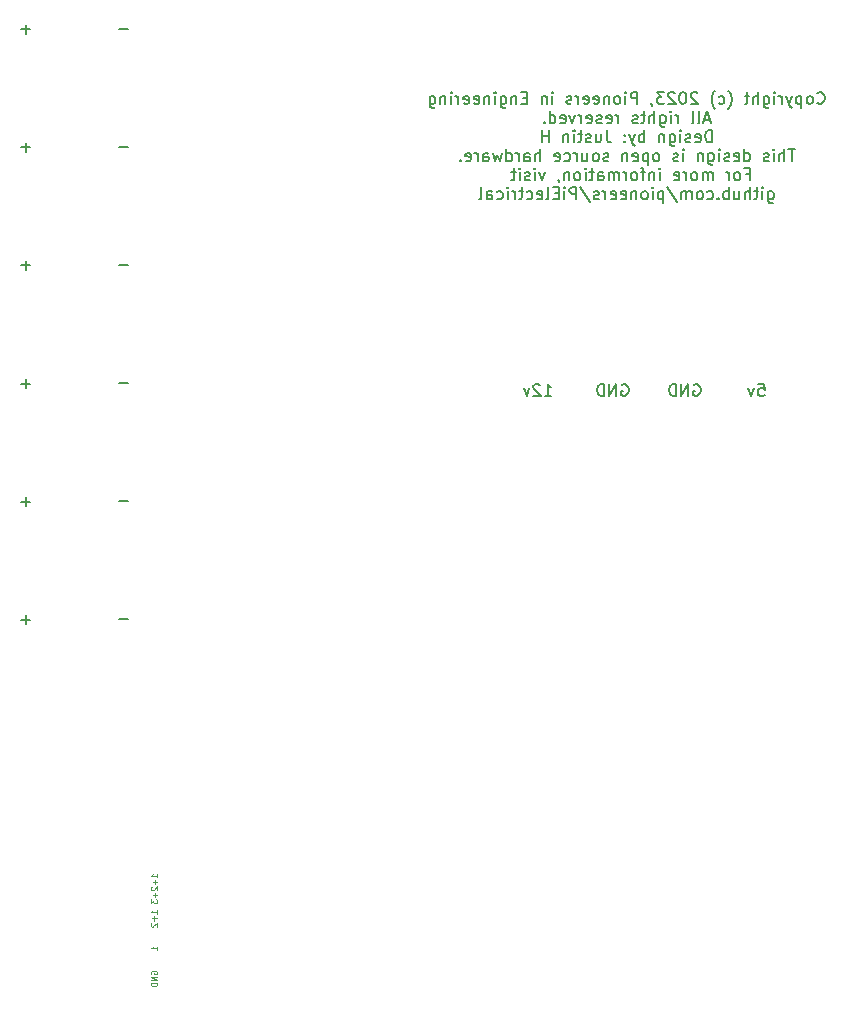
<source format=gbr>
%TF.GenerationSoftware,KiCad,Pcbnew,6.0.9-8da3e8f707~117~ubuntu20.04.1*%
%TF.CreationDate,2023-01-29T22:52:03-08:00*%
%TF.ProjectId,PDB,5044422e-6b69-4636-9164-5f7063625858,rev?*%
%TF.SameCoordinates,Original*%
%TF.FileFunction,Legend,Bot*%
%TF.FilePolarity,Positive*%
%FSLAX46Y46*%
G04 Gerber Fmt 4.6, Leading zero omitted, Abs format (unit mm)*
G04 Created by KiCad (PCBNEW 6.0.9-8da3e8f707~117~ubuntu20.04.1) date 2023-01-29 22:52:03*
%MOMM*%
%LPD*%
G01*
G04 APERTURE LIST*
%ADD10C,0.150000*%
%ADD11C,0.100000*%
%ADD12C,0.200000*%
G04 APERTURE END LIST*
D10*
X127828657Y-51268380D02*
X128304847Y-51268380D01*
X128352466Y-51744571D01*
X128304847Y-51696952D01*
X128209609Y-51649333D01*
X127971514Y-51649333D01*
X127876276Y-51696952D01*
X127828657Y-51744571D01*
X127781038Y-51839809D01*
X127781038Y-52077904D01*
X127828657Y-52173142D01*
X127876276Y-52220761D01*
X127971514Y-52268380D01*
X128209609Y-52268380D01*
X128304847Y-52220761D01*
X128352466Y-52173142D01*
X127447704Y-51601714D02*
X127209609Y-52268380D01*
X126971514Y-51601714D01*
D11*
X76432600Y-101219047D02*
X76408790Y-101171428D01*
X76408790Y-101100000D01*
X76432600Y-101028571D01*
X76480219Y-100980952D01*
X76527838Y-100957142D01*
X76623076Y-100933333D01*
X76694504Y-100933333D01*
X76789742Y-100957142D01*
X76837361Y-100980952D01*
X76884980Y-101028571D01*
X76908790Y-101100000D01*
X76908790Y-101147619D01*
X76884980Y-101219047D01*
X76861171Y-101242857D01*
X76694504Y-101242857D01*
X76694504Y-101147619D01*
X76908790Y-101457142D02*
X76408790Y-101457142D01*
X76908790Y-101742857D01*
X76408790Y-101742857D01*
X76908790Y-101980952D02*
X76408790Y-101980952D01*
X76408790Y-102100000D01*
X76432600Y-102171428D01*
X76480219Y-102219047D01*
X76527838Y-102242857D01*
X76623076Y-102266666D01*
X76694504Y-102266666D01*
X76789742Y-102242857D01*
X76837361Y-102219047D01*
X76884980Y-102171428D01*
X76908790Y-102100000D01*
X76908790Y-101980952D01*
X76908790Y-99202857D02*
X76908790Y-98917142D01*
X76908790Y-99060000D02*
X76408790Y-99060000D01*
X76480219Y-99012380D01*
X76527838Y-98964761D01*
X76551647Y-98917142D01*
X76883390Y-96115238D02*
X76883390Y-95829523D01*
X76883390Y-95972380D02*
X76383390Y-95972380D01*
X76454819Y-95924761D01*
X76502438Y-95877142D01*
X76526247Y-95829523D01*
X76692914Y-96329523D02*
X76692914Y-96710476D01*
X76883390Y-96520000D02*
X76502438Y-96520000D01*
X76431009Y-96924761D02*
X76407200Y-96948571D01*
X76383390Y-96996190D01*
X76383390Y-97115238D01*
X76407200Y-97162857D01*
X76431009Y-97186666D01*
X76478628Y-97210476D01*
X76526247Y-97210476D01*
X76597676Y-97186666D01*
X76883390Y-96900952D01*
X76883390Y-97210476D01*
D10*
X122351704Y-51316000D02*
X122446942Y-51268380D01*
X122589800Y-51268380D01*
X122732657Y-51316000D01*
X122827895Y-51411238D01*
X122875514Y-51506476D01*
X122923133Y-51696952D01*
X122923133Y-51839809D01*
X122875514Y-52030285D01*
X122827895Y-52125523D01*
X122732657Y-52220761D01*
X122589800Y-52268380D01*
X122494561Y-52268380D01*
X122351704Y-52220761D01*
X122304085Y-52173142D01*
X122304085Y-51839809D01*
X122494561Y-51839809D01*
X121875514Y-52268380D02*
X121875514Y-51268380D01*
X121304085Y-52268380D01*
X121304085Y-51268380D01*
X120827895Y-52268380D02*
X120827895Y-51268380D01*
X120589800Y-51268380D01*
X120446942Y-51316000D01*
X120351704Y-51411238D01*
X120304085Y-51506476D01*
X120256466Y-51696952D01*
X120256466Y-51839809D01*
X120304085Y-52030285D01*
X120351704Y-52125523D01*
X120446942Y-52220761D01*
X120589800Y-52268380D01*
X120827895Y-52268380D01*
X109715228Y-52268380D02*
X110286657Y-52268380D01*
X110000942Y-52268380D02*
X110000942Y-51268380D01*
X110096180Y-51411238D01*
X110191419Y-51506476D01*
X110286657Y-51554095D01*
X109334276Y-51363619D02*
X109286657Y-51316000D01*
X109191419Y-51268380D01*
X108953323Y-51268380D01*
X108858085Y-51316000D01*
X108810466Y-51363619D01*
X108762847Y-51458857D01*
X108762847Y-51554095D01*
X108810466Y-51696952D01*
X109381895Y-52268380D01*
X108762847Y-52268380D01*
X108429514Y-51601714D02*
X108191419Y-52268380D01*
X107953323Y-51601714D01*
D11*
X76908790Y-93027619D02*
X76908790Y-92741904D01*
X76908790Y-92884761D02*
X76408790Y-92884761D01*
X76480219Y-92837142D01*
X76527838Y-92789523D01*
X76551647Y-92741904D01*
X76718314Y-93241904D02*
X76718314Y-93622857D01*
X76908790Y-93432380D02*
X76527838Y-93432380D01*
X76456409Y-93837142D02*
X76432600Y-93860952D01*
X76408790Y-93908571D01*
X76408790Y-94027619D01*
X76432600Y-94075238D01*
X76456409Y-94099047D01*
X76504028Y-94122857D01*
X76551647Y-94122857D01*
X76623076Y-94099047D01*
X76908790Y-93813333D01*
X76908790Y-94122857D01*
X76718314Y-94337142D02*
X76718314Y-94718095D01*
X76908790Y-94527619D02*
X76527838Y-94527619D01*
X76408790Y-94908571D02*
X76408790Y-95218095D01*
X76599266Y-95051428D01*
X76599266Y-95122857D01*
X76623076Y-95170476D01*
X76646885Y-95194285D01*
X76694504Y-95218095D01*
X76813552Y-95218095D01*
X76861171Y-95194285D01*
X76884980Y-95170476D01*
X76908790Y-95122857D01*
X76908790Y-94980000D01*
X76884980Y-94932380D01*
X76861171Y-94908571D01*
D10*
X132806647Y-27472542D02*
X132854266Y-27520161D01*
X132997123Y-27567780D01*
X133092361Y-27567780D01*
X133235219Y-27520161D01*
X133330457Y-27424923D01*
X133378076Y-27329685D01*
X133425695Y-27139209D01*
X133425695Y-26996352D01*
X133378076Y-26805876D01*
X133330457Y-26710638D01*
X133235219Y-26615400D01*
X133092361Y-26567780D01*
X132997123Y-26567780D01*
X132854266Y-26615400D01*
X132806647Y-26663019D01*
X132235219Y-27567780D02*
X132330457Y-27520161D01*
X132378076Y-27472542D01*
X132425695Y-27377304D01*
X132425695Y-27091590D01*
X132378076Y-26996352D01*
X132330457Y-26948733D01*
X132235219Y-26901114D01*
X132092361Y-26901114D01*
X131997123Y-26948733D01*
X131949504Y-26996352D01*
X131901885Y-27091590D01*
X131901885Y-27377304D01*
X131949504Y-27472542D01*
X131997123Y-27520161D01*
X132092361Y-27567780D01*
X132235219Y-27567780D01*
X131473314Y-26901114D02*
X131473314Y-27901114D01*
X131473314Y-26948733D02*
X131378076Y-26901114D01*
X131187600Y-26901114D01*
X131092361Y-26948733D01*
X131044742Y-26996352D01*
X130997123Y-27091590D01*
X130997123Y-27377304D01*
X131044742Y-27472542D01*
X131092361Y-27520161D01*
X131187600Y-27567780D01*
X131378076Y-27567780D01*
X131473314Y-27520161D01*
X130663790Y-26901114D02*
X130425695Y-27567780D01*
X130187600Y-26901114D02*
X130425695Y-27567780D01*
X130520933Y-27805876D01*
X130568552Y-27853495D01*
X130663790Y-27901114D01*
X129806647Y-27567780D02*
X129806647Y-26901114D01*
X129806647Y-27091590D02*
X129759028Y-26996352D01*
X129711409Y-26948733D01*
X129616171Y-26901114D01*
X129520933Y-26901114D01*
X129187600Y-27567780D02*
X129187600Y-26901114D01*
X129187600Y-26567780D02*
X129235219Y-26615400D01*
X129187600Y-26663019D01*
X129139980Y-26615400D01*
X129187600Y-26567780D01*
X129187600Y-26663019D01*
X128282838Y-26901114D02*
X128282838Y-27710638D01*
X128330457Y-27805876D01*
X128378076Y-27853495D01*
X128473314Y-27901114D01*
X128616171Y-27901114D01*
X128711409Y-27853495D01*
X128282838Y-27520161D02*
X128378076Y-27567780D01*
X128568552Y-27567780D01*
X128663790Y-27520161D01*
X128711409Y-27472542D01*
X128759028Y-27377304D01*
X128759028Y-27091590D01*
X128711409Y-26996352D01*
X128663790Y-26948733D01*
X128568552Y-26901114D01*
X128378076Y-26901114D01*
X128282838Y-26948733D01*
X127806647Y-27567780D02*
X127806647Y-26567780D01*
X127378076Y-27567780D02*
X127378076Y-27043971D01*
X127425695Y-26948733D01*
X127520933Y-26901114D01*
X127663790Y-26901114D01*
X127759028Y-26948733D01*
X127806647Y-26996352D01*
X127044742Y-26901114D02*
X126663790Y-26901114D01*
X126901885Y-26567780D02*
X126901885Y-27424923D01*
X126854266Y-27520161D01*
X126759028Y-27567780D01*
X126663790Y-27567780D01*
X125282838Y-27948733D02*
X125330457Y-27901114D01*
X125425695Y-27758257D01*
X125473314Y-27663019D01*
X125520933Y-27520161D01*
X125568552Y-27282066D01*
X125568552Y-27091590D01*
X125520933Y-26853495D01*
X125473314Y-26710638D01*
X125425695Y-26615400D01*
X125330457Y-26472542D01*
X125282838Y-26424923D01*
X124473314Y-27520161D02*
X124568552Y-27567780D01*
X124759028Y-27567780D01*
X124854266Y-27520161D01*
X124901885Y-27472542D01*
X124949504Y-27377304D01*
X124949504Y-27091590D01*
X124901885Y-26996352D01*
X124854266Y-26948733D01*
X124759028Y-26901114D01*
X124568552Y-26901114D01*
X124473314Y-26948733D01*
X124139980Y-27948733D02*
X124092361Y-27901114D01*
X123997123Y-27758257D01*
X123949504Y-27663019D01*
X123901885Y-27520161D01*
X123854266Y-27282066D01*
X123854266Y-27091590D01*
X123901885Y-26853495D01*
X123949504Y-26710638D01*
X123997123Y-26615400D01*
X124092361Y-26472542D01*
X124139980Y-26424923D01*
X122663790Y-26663019D02*
X122616171Y-26615400D01*
X122520933Y-26567780D01*
X122282838Y-26567780D01*
X122187600Y-26615400D01*
X122139980Y-26663019D01*
X122092361Y-26758257D01*
X122092361Y-26853495D01*
X122139980Y-26996352D01*
X122711409Y-27567780D01*
X122092361Y-27567780D01*
X121473314Y-26567780D02*
X121378076Y-26567780D01*
X121282838Y-26615400D01*
X121235219Y-26663019D01*
X121187600Y-26758257D01*
X121139980Y-26948733D01*
X121139980Y-27186828D01*
X121187600Y-27377304D01*
X121235219Y-27472542D01*
X121282838Y-27520161D01*
X121378076Y-27567780D01*
X121473314Y-27567780D01*
X121568552Y-27520161D01*
X121616171Y-27472542D01*
X121663790Y-27377304D01*
X121711409Y-27186828D01*
X121711409Y-26948733D01*
X121663790Y-26758257D01*
X121616171Y-26663019D01*
X121568552Y-26615400D01*
X121473314Y-26567780D01*
X120759028Y-26663019D02*
X120711409Y-26615400D01*
X120616171Y-26567780D01*
X120378076Y-26567780D01*
X120282838Y-26615400D01*
X120235219Y-26663019D01*
X120187600Y-26758257D01*
X120187600Y-26853495D01*
X120235219Y-26996352D01*
X120806647Y-27567780D01*
X120187600Y-27567780D01*
X119854266Y-26567780D02*
X119235219Y-26567780D01*
X119568552Y-26948733D01*
X119425695Y-26948733D01*
X119330457Y-26996352D01*
X119282838Y-27043971D01*
X119235219Y-27139209D01*
X119235219Y-27377304D01*
X119282838Y-27472542D01*
X119330457Y-27520161D01*
X119425695Y-27567780D01*
X119711409Y-27567780D01*
X119806647Y-27520161D01*
X119854266Y-27472542D01*
X118759028Y-27520161D02*
X118759028Y-27567780D01*
X118806647Y-27663019D01*
X118854266Y-27710638D01*
X117568552Y-27567780D02*
X117568552Y-26567780D01*
X117187600Y-26567780D01*
X117092361Y-26615400D01*
X117044742Y-26663019D01*
X116997123Y-26758257D01*
X116997123Y-26901114D01*
X117044742Y-26996352D01*
X117092361Y-27043971D01*
X117187600Y-27091590D01*
X117568552Y-27091590D01*
X116568552Y-27567780D02*
X116568552Y-26901114D01*
X116568552Y-26567780D02*
X116616171Y-26615400D01*
X116568552Y-26663019D01*
X116520933Y-26615400D01*
X116568552Y-26567780D01*
X116568552Y-26663019D01*
X115949504Y-27567780D02*
X116044742Y-27520161D01*
X116092361Y-27472542D01*
X116139980Y-27377304D01*
X116139980Y-27091590D01*
X116092361Y-26996352D01*
X116044742Y-26948733D01*
X115949504Y-26901114D01*
X115806647Y-26901114D01*
X115711409Y-26948733D01*
X115663790Y-26996352D01*
X115616171Y-27091590D01*
X115616171Y-27377304D01*
X115663790Y-27472542D01*
X115711409Y-27520161D01*
X115806647Y-27567780D01*
X115949504Y-27567780D01*
X115187600Y-26901114D02*
X115187600Y-27567780D01*
X115187600Y-26996352D02*
X115139980Y-26948733D01*
X115044742Y-26901114D01*
X114901885Y-26901114D01*
X114806647Y-26948733D01*
X114759028Y-27043971D01*
X114759028Y-27567780D01*
X113901885Y-27520161D02*
X113997123Y-27567780D01*
X114187600Y-27567780D01*
X114282838Y-27520161D01*
X114330457Y-27424923D01*
X114330457Y-27043971D01*
X114282838Y-26948733D01*
X114187600Y-26901114D01*
X113997123Y-26901114D01*
X113901885Y-26948733D01*
X113854266Y-27043971D01*
X113854266Y-27139209D01*
X114330457Y-27234447D01*
X113044742Y-27520161D02*
X113139980Y-27567780D01*
X113330457Y-27567780D01*
X113425695Y-27520161D01*
X113473314Y-27424923D01*
X113473314Y-27043971D01*
X113425695Y-26948733D01*
X113330457Y-26901114D01*
X113139980Y-26901114D01*
X113044742Y-26948733D01*
X112997123Y-27043971D01*
X112997123Y-27139209D01*
X113473314Y-27234447D01*
X112568552Y-27567780D02*
X112568552Y-26901114D01*
X112568552Y-27091590D02*
X112520933Y-26996352D01*
X112473314Y-26948733D01*
X112378076Y-26901114D01*
X112282838Y-26901114D01*
X111997123Y-27520161D02*
X111901885Y-27567780D01*
X111711409Y-27567780D01*
X111616171Y-27520161D01*
X111568552Y-27424923D01*
X111568552Y-27377304D01*
X111616171Y-27282066D01*
X111711409Y-27234447D01*
X111854266Y-27234447D01*
X111949504Y-27186828D01*
X111997123Y-27091590D01*
X111997123Y-27043971D01*
X111949504Y-26948733D01*
X111854266Y-26901114D01*
X111711409Y-26901114D01*
X111616171Y-26948733D01*
X110378076Y-27567780D02*
X110378076Y-26901114D01*
X110378076Y-26567780D02*
X110425695Y-26615400D01*
X110378076Y-26663019D01*
X110330457Y-26615400D01*
X110378076Y-26567780D01*
X110378076Y-26663019D01*
X109901885Y-26901114D02*
X109901885Y-27567780D01*
X109901885Y-26996352D02*
X109854266Y-26948733D01*
X109759028Y-26901114D01*
X109616171Y-26901114D01*
X109520933Y-26948733D01*
X109473314Y-27043971D01*
X109473314Y-27567780D01*
X108235219Y-27043971D02*
X107901885Y-27043971D01*
X107759028Y-27567780D02*
X108235219Y-27567780D01*
X108235219Y-26567780D01*
X107759028Y-26567780D01*
X107330457Y-26901114D02*
X107330457Y-27567780D01*
X107330457Y-26996352D02*
X107282838Y-26948733D01*
X107187600Y-26901114D01*
X107044742Y-26901114D01*
X106949504Y-26948733D01*
X106901885Y-27043971D01*
X106901885Y-27567780D01*
X105997123Y-26901114D02*
X105997123Y-27710638D01*
X106044742Y-27805876D01*
X106092361Y-27853495D01*
X106187600Y-27901114D01*
X106330457Y-27901114D01*
X106425695Y-27853495D01*
X105997123Y-27520161D02*
X106092361Y-27567780D01*
X106282838Y-27567780D01*
X106378076Y-27520161D01*
X106425695Y-27472542D01*
X106473314Y-27377304D01*
X106473314Y-27091590D01*
X106425695Y-26996352D01*
X106378076Y-26948733D01*
X106282838Y-26901114D01*
X106092361Y-26901114D01*
X105997123Y-26948733D01*
X105520933Y-27567780D02*
X105520933Y-26901114D01*
X105520933Y-26567780D02*
X105568552Y-26615400D01*
X105520933Y-26663019D01*
X105473314Y-26615400D01*
X105520933Y-26567780D01*
X105520933Y-26663019D01*
X105044742Y-26901114D02*
X105044742Y-27567780D01*
X105044742Y-26996352D02*
X104997123Y-26948733D01*
X104901885Y-26901114D01*
X104759028Y-26901114D01*
X104663790Y-26948733D01*
X104616171Y-27043971D01*
X104616171Y-27567780D01*
X103759028Y-27520161D02*
X103854266Y-27567780D01*
X104044742Y-27567780D01*
X104139980Y-27520161D01*
X104187600Y-27424923D01*
X104187600Y-27043971D01*
X104139980Y-26948733D01*
X104044742Y-26901114D01*
X103854266Y-26901114D01*
X103759028Y-26948733D01*
X103711409Y-27043971D01*
X103711409Y-27139209D01*
X104187600Y-27234447D01*
X102901885Y-27520161D02*
X102997123Y-27567780D01*
X103187600Y-27567780D01*
X103282838Y-27520161D01*
X103330457Y-27424923D01*
X103330457Y-27043971D01*
X103282838Y-26948733D01*
X103187600Y-26901114D01*
X102997123Y-26901114D01*
X102901885Y-26948733D01*
X102854266Y-27043971D01*
X102854266Y-27139209D01*
X103330457Y-27234447D01*
X102425695Y-27567780D02*
X102425695Y-26901114D01*
X102425695Y-27091590D02*
X102378076Y-26996352D01*
X102330457Y-26948733D01*
X102235219Y-26901114D01*
X102139980Y-26901114D01*
X101806647Y-27567780D02*
X101806647Y-26901114D01*
X101806647Y-26567780D02*
X101854266Y-26615400D01*
X101806647Y-26663019D01*
X101759028Y-26615400D01*
X101806647Y-26567780D01*
X101806647Y-26663019D01*
X101330457Y-26901114D02*
X101330457Y-27567780D01*
X101330457Y-26996352D02*
X101282838Y-26948733D01*
X101187600Y-26901114D01*
X101044742Y-26901114D01*
X100949504Y-26948733D01*
X100901885Y-27043971D01*
X100901885Y-27567780D01*
X99997123Y-26901114D02*
X99997123Y-27710638D01*
X100044742Y-27805876D01*
X100092361Y-27853495D01*
X100187600Y-27901114D01*
X100330457Y-27901114D01*
X100425695Y-27853495D01*
X99997123Y-27520161D02*
X100092361Y-27567780D01*
X100282838Y-27567780D01*
X100378076Y-27520161D01*
X100425695Y-27472542D01*
X100473314Y-27377304D01*
X100473314Y-27091590D01*
X100425695Y-26996352D01*
X100378076Y-26948733D01*
X100282838Y-26901114D01*
X100092361Y-26901114D01*
X99997123Y-26948733D01*
X123735219Y-28892066D02*
X123259028Y-28892066D01*
X123830457Y-29177780D02*
X123497123Y-28177780D01*
X123163790Y-29177780D01*
X122687600Y-29177780D02*
X122782838Y-29130161D01*
X122830457Y-29034923D01*
X122830457Y-28177780D01*
X122163790Y-29177780D02*
X122259028Y-29130161D01*
X122306647Y-29034923D01*
X122306647Y-28177780D01*
X121020933Y-29177780D02*
X121020933Y-28511114D01*
X121020933Y-28701590D02*
X120973314Y-28606352D01*
X120925695Y-28558733D01*
X120830457Y-28511114D01*
X120735219Y-28511114D01*
X120401885Y-29177780D02*
X120401885Y-28511114D01*
X120401885Y-28177780D02*
X120449504Y-28225400D01*
X120401885Y-28273019D01*
X120354266Y-28225400D01*
X120401885Y-28177780D01*
X120401885Y-28273019D01*
X119497123Y-28511114D02*
X119497123Y-29320638D01*
X119544742Y-29415876D01*
X119592361Y-29463495D01*
X119687600Y-29511114D01*
X119830457Y-29511114D01*
X119925695Y-29463495D01*
X119497123Y-29130161D02*
X119592361Y-29177780D01*
X119782838Y-29177780D01*
X119878076Y-29130161D01*
X119925695Y-29082542D01*
X119973314Y-28987304D01*
X119973314Y-28701590D01*
X119925695Y-28606352D01*
X119878076Y-28558733D01*
X119782838Y-28511114D01*
X119592361Y-28511114D01*
X119497123Y-28558733D01*
X119020933Y-29177780D02*
X119020933Y-28177780D01*
X118592361Y-29177780D02*
X118592361Y-28653971D01*
X118639980Y-28558733D01*
X118735219Y-28511114D01*
X118878076Y-28511114D01*
X118973314Y-28558733D01*
X119020933Y-28606352D01*
X118259028Y-28511114D02*
X117878076Y-28511114D01*
X118116171Y-28177780D02*
X118116171Y-29034923D01*
X118068552Y-29130161D01*
X117973314Y-29177780D01*
X117878076Y-29177780D01*
X117592361Y-29130161D02*
X117497123Y-29177780D01*
X117306647Y-29177780D01*
X117211409Y-29130161D01*
X117163790Y-29034923D01*
X117163790Y-28987304D01*
X117211409Y-28892066D01*
X117306647Y-28844447D01*
X117449504Y-28844447D01*
X117544742Y-28796828D01*
X117592361Y-28701590D01*
X117592361Y-28653971D01*
X117544742Y-28558733D01*
X117449504Y-28511114D01*
X117306647Y-28511114D01*
X117211409Y-28558733D01*
X115973314Y-29177780D02*
X115973314Y-28511114D01*
X115973314Y-28701590D02*
X115925695Y-28606352D01*
X115878076Y-28558733D01*
X115782838Y-28511114D01*
X115687600Y-28511114D01*
X114973314Y-29130161D02*
X115068552Y-29177780D01*
X115259028Y-29177780D01*
X115354266Y-29130161D01*
X115401885Y-29034923D01*
X115401885Y-28653971D01*
X115354266Y-28558733D01*
X115259028Y-28511114D01*
X115068552Y-28511114D01*
X114973314Y-28558733D01*
X114925695Y-28653971D01*
X114925695Y-28749209D01*
X115401885Y-28844447D01*
X114544742Y-29130161D02*
X114449504Y-29177780D01*
X114259028Y-29177780D01*
X114163790Y-29130161D01*
X114116171Y-29034923D01*
X114116171Y-28987304D01*
X114163790Y-28892066D01*
X114259028Y-28844447D01*
X114401885Y-28844447D01*
X114497123Y-28796828D01*
X114544742Y-28701590D01*
X114544742Y-28653971D01*
X114497123Y-28558733D01*
X114401885Y-28511114D01*
X114259028Y-28511114D01*
X114163790Y-28558733D01*
X113306647Y-29130161D02*
X113401885Y-29177780D01*
X113592361Y-29177780D01*
X113687600Y-29130161D01*
X113735219Y-29034923D01*
X113735219Y-28653971D01*
X113687600Y-28558733D01*
X113592361Y-28511114D01*
X113401885Y-28511114D01*
X113306647Y-28558733D01*
X113259028Y-28653971D01*
X113259028Y-28749209D01*
X113735219Y-28844447D01*
X112830457Y-29177780D02*
X112830457Y-28511114D01*
X112830457Y-28701590D02*
X112782838Y-28606352D01*
X112735219Y-28558733D01*
X112639980Y-28511114D01*
X112544742Y-28511114D01*
X112306647Y-28511114D02*
X112068552Y-29177780D01*
X111830457Y-28511114D01*
X111068552Y-29130161D02*
X111163790Y-29177780D01*
X111354266Y-29177780D01*
X111449504Y-29130161D01*
X111497123Y-29034923D01*
X111497123Y-28653971D01*
X111449504Y-28558733D01*
X111354266Y-28511114D01*
X111163790Y-28511114D01*
X111068552Y-28558733D01*
X111020933Y-28653971D01*
X111020933Y-28749209D01*
X111497123Y-28844447D01*
X110163790Y-29177780D02*
X110163790Y-28177780D01*
X110163790Y-29130161D02*
X110259028Y-29177780D01*
X110449504Y-29177780D01*
X110544742Y-29130161D01*
X110592361Y-29082542D01*
X110639980Y-28987304D01*
X110639980Y-28701590D01*
X110592361Y-28606352D01*
X110544742Y-28558733D01*
X110449504Y-28511114D01*
X110259028Y-28511114D01*
X110163790Y-28558733D01*
X109687600Y-29082542D02*
X109639980Y-29130161D01*
X109687600Y-29177780D01*
X109735219Y-29130161D01*
X109687600Y-29082542D01*
X109687600Y-29177780D01*
X123878076Y-30787780D02*
X123878076Y-29787780D01*
X123639980Y-29787780D01*
X123497123Y-29835400D01*
X123401885Y-29930638D01*
X123354266Y-30025876D01*
X123306647Y-30216352D01*
X123306647Y-30359209D01*
X123354266Y-30549685D01*
X123401885Y-30644923D01*
X123497123Y-30740161D01*
X123639980Y-30787780D01*
X123878076Y-30787780D01*
X122497123Y-30740161D02*
X122592361Y-30787780D01*
X122782838Y-30787780D01*
X122878076Y-30740161D01*
X122925695Y-30644923D01*
X122925695Y-30263971D01*
X122878076Y-30168733D01*
X122782838Y-30121114D01*
X122592361Y-30121114D01*
X122497123Y-30168733D01*
X122449504Y-30263971D01*
X122449504Y-30359209D01*
X122925695Y-30454447D01*
X122068552Y-30740161D02*
X121973314Y-30787780D01*
X121782838Y-30787780D01*
X121687600Y-30740161D01*
X121639980Y-30644923D01*
X121639980Y-30597304D01*
X121687600Y-30502066D01*
X121782838Y-30454447D01*
X121925695Y-30454447D01*
X122020933Y-30406828D01*
X122068552Y-30311590D01*
X122068552Y-30263971D01*
X122020933Y-30168733D01*
X121925695Y-30121114D01*
X121782838Y-30121114D01*
X121687600Y-30168733D01*
X121211409Y-30787780D02*
X121211409Y-30121114D01*
X121211409Y-29787780D02*
X121259028Y-29835400D01*
X121211409Y-29883019D01*
X121163790Y-29835400D01*
X121211409Y-29787780D01*
X121211409Y-29883019D01*
X120306647Y-30121114D02*
X120306647Y-30930638D01*
X120354266Y-31025876D01*
X120401885Y-31073495D01*
X120497123Y-31121114D01*
X120639980Y-31121114D01*
X120735219Y-31073495D01*
X120306647Y-30740161D02*
X120401885Y-30787780D01*
X120592361Y-30787780D01*
X120687600Y-30740161D01*
X120735219Y-30692542D01*
X120782838Y-30597304D01*
X120782838Y-30311590D01*
X120735219Y-30216352D01*
X120687600Y-30168733D01*
X120592361Y-30121114D01*
X120401885Y-30121114D01*
X120306647Y-30168733D01*
X119830457Y-30121114D02*
X119830457Y-30787780D01*
X119830457Y-30216352D02*
X119782838Y-30168733D01*
X119687600Y-30121114D01*
X119544742Y-30121114D01*
X119449504Y-30168733D01*
X119401885Y-30263971D01*
X119401885Y-30787780D01*
X118163790Y-30787780D02*
X118163790Y-29787780D01*
X118163790Y-30168733D02*
X118068552Y-30121114D01*
X117878076Y-30121114D01*
X117782838Y-30168733D01*
X117735219Y-30216352D01*
X117687600Y-30311590D01*
X117687600Y-30597304D01*
X117735219Y-30692542D01*
X117782838Y-30740161D01*
X117878076Y-30787780D01*
X118068552Y-30787780D01*
X118163790Y-30740161D01*
X117354266Y-30121114D02*
X117116171Y-30787780D01*
X116878076Y-30121114D02*
X117116171Y-30787780D01*
X117211409Y-31025876D01*
X117259028Y-31073495D01*
X117354266Y-31121114D01*
X116497123Y-30692542D02*
X116449504Y-30740161D01*
X116497123Y-30787780D01*
X116544742Y-30740161D01*
X116497123Y-30692542D01*
X116497123Y-30787780D01*
X116497123Y-30168733D02*
X116449504Y-30216352D01*
X116497123Y-30263971D01*
X116544742Y-30216352D01*
X116497123Y-30168733D01*
X116497123Y-30263971D01*
X114973314Y-29787780D02*
X114973314Y-30502066D01*
X115020933Y-30644923D01*
X115116171Y-30740161D01*
X115259028Y-30787780D01*
X115354266Y-30787780D01*
X114068552Y-30121114D02*
X114068552Y-30787780D01*
X114497123Y-30121114D02*
X114497123Y-30644923D01*
X114449504Y-30740161D01*
X114354266Y-30787780D01*
X114211409Y-30787780D01*
X114116171Y-30740161D01*
X114068552Y-30692542D01*
X113639980Y-30740161D02*
X113544742Y-30787780D01*
X113354266Y-30787780D01*
X113259028Y-30740161D01*
X113211409Y-30644923D01*
X113211409Y-30597304D01*
X113259028Y-30502066D01*
X113354266Y-30454447D01*
X113497123Y-30454447D01*
X113592361Y-30406828D01*
X113639980Y-30311590D01*
X113639980Y-30263971D01*
X113592361Y-30168733D01*
X113497123Y-30121114D01*
X113354266Y-30121114D01*
X113259028Y-30168733D01*
X112925695Y-30121114D02*
X112544742Y-30121114D01*
X112782838Y-29787780D02*
X112782838Y-30644923D01*
X112735219Y-30740161D01*
X112639980Y-30787780D01*
X112544742Y-30787780D01*
X112211409Y-30787780D02*
X112211409Y-30121114D01*
X112211409Y-29787780D02*
X112259028Y-29835400D01*
X112211409Y-29883019D01*
X112163790Y-29835400D01*
X112211409Y-29787780D01*
X112211409Y-29883019D01*
X111735219Y-30121114D02*
X111735219Y-30787780D01*
X111735219Y-30216352D02*
X111687600Y-30168733D01*
X111592361Y-30121114D01*
X111449504Y-30121114D01*
X111354266Y-30168733D01*
X111306647Y-30263971D01*
X111306647Y-30787780D01*
X110068552Y-30787780D02*
X110068552Y-29787780D01*
X110068552Y-30263971D02*
X109497123Y-30263971D01*
X109497123Y-30787780D02*
X109497123Y-29787780D01*
X130925695Y-31397780D02*
X130354266Y-31397780D01*
X130639980Y-32397780D02*
X130639980Y-31397780D01*
X130020933Y-32397780D02*
X130020933Y-31397780D01*
X129592361Y-32397780D02*
X129592361Y-31873971D01*
X129639980Y-31778733D01*
X129735219Y-31731114D01*
X129878076Y-31731114D01*
X129973314Y-31778733D01*
X130020933Y-31826352D01*
X129116171Y-32397780D02*
X129116171Y-31731114D01*
X129116171Y-31397780D02*
X129163790Y-31445400D01*
X129116171Y-31493019D01*
X129068552Y-31445400D01*
X129116171Y-31397780D01*
X129116171Y-31493019D01*
X128687600Y-32350161D02*
X128592361Y-32397780D01*
X128401885Y-32397780D01*
X128306647Y-32350161D01*
X128259028Y-32254923D01*
X128259028Y-32207304D01*
X128306647Y-32112066D01*
X128401885Y-32064447D01*
X128544742Y-32064447D01*
X128639980Y-32016828D01*
X128687600Y-31921590D01*
X128687600Y-31873971D01*
X128639980Y-31778733D01*
X128544742Y-31731114D01*
X128401885Y-31731114D01*
X128306647Y-31778733D01*
X126639980Y-32397780D02*
X126639980Y-31397780D01*
X126639980Y-32350161D02*
X126735219Y-32397780D01*
X126925695Y-32397780D01*
X127020933Y-32350161D01*
X127068552Y-32302542D01*
X127116171Y-32207304D01*
X127116171Y-31921590D01*
X127068552Y-31826352D01*
X127020933Y-31778733D01*
X126925695Y-31731114D01*
X126735219Y-31731114D01*
X126639980Y-31778733D01*
X125782838Y-32350161D02*
X125878076Y-32397780D01*
X126068552Y-32397780D01*
X126163790Y-32350161D01*
X126211409Y-32254923D01*
X126211409Y-31873971D01*
X126163790Y-31778733D01*
X126068552Y-31731114D01*
X125878076Y-31731114D01*
X125782838Y-31778733D01*
X125735219Y-31873971D01*
X125735219Y-31969209D01*
X126211409Y-32064447D01*
X125354266Y-32350161D02*
X125259028Y-32397780D01*
X125068552Y-32397780D01*
X124973314Y-32350161D01*
X124925695Y-32254923D01*
X124925695Y-32207304D01*
X124973314Y-32112066D01*
X125068552Y-32064447D01*
X125211409Y-32064447D01*
X125306647Y-32016828D01*
X125354266Y-31921590D01*
X125354266Y-31873971D01*
X125306647Y-31778733D01*
X125211409Y-31731114D01*
X125068552Y-31731114D01*
X124973314Y-31778733D01*
X124497123Y-32397780D02*
X124497123Y-31731114D01*
X124497123Y-31397780D02*
X124544742Y-31445400D01*
X124497123Y-31493019D01*
X124449504Y-31445400D01*
X124497123Y-31397780D01*
X124497123Y-31493019D01*
X123592361Y-31731114D02*
X123592361Y-32540638D01*
X123639980Y-32635876D01*
X123687600Y-32683495D01*
X123782838Y-32731114D01*
X123925695Y-32731114D01*
X124020933Y-32683495D01*
X123592361Y-32350161D02*
X123687600Y-32397780D01*
X123878076Y-32397780D01*
X123973314Y-32350161D01*
X124020933Y-32302542D01*
X124068552Y-32207304D01*
X124068552Y-31921590D01*
X124020933Y-31826352D01*
X123973314Y-31778733D01*
X123878076Y-31731114D01*
X123687600Y-31731114D01*
X123592361Y-31778733D01*
X123116171Y-31731114D02*
X123116171Y-32397780D01*
X123116171Y-31826352D02*
X123068552Y-31778733D01*
X122973314Y-31731114D01*
X122830457Y-31731114D01*
X122735219Y-31778733D01*
X122687600Y-31873971D01*
X122687600Y-32397780D01*
X121449504Y-32397780D02*
X121449504Y-31731114D01*
X121449504Y-31397780D02*
X121497123Y-31445400D01*
X121449504Y-31493019D01*
X121401885Y-31445400D01*
X121449504Y-31397780D01*
X121449504Y-31493019D01*
X121020933Y-32350161D02*
X120925695Y-32397780D01*
X120735219Y-32397780D01*
X120639980Y-32350161D01*
X120592361Y-32254923D01*
X120592361Y-32207304D01*
X120639980Y-32112066D01*
X120735219Y-32064447D01*
X120878076Y-32064447D01*
X120973314Y-32016828D01*
X121020933Y-31921590D01*
X121020933Y-31873971D01*
X120973314Y-31778733D01*
X120878076Y-31731114D01*
X120735219Y-31731114D01*
X120639980Y-31778733D01*
X119259028Y-32397780D02*
X119354266Y-32350161D01*
X119401885Y-32302542D01*
X119449504Y-32207304D01*
X119449504Y-31921590D01*
X119401885Y-31826352D01*
X119354266Y-31778733D01*
X119259028Y-31731114D01*
X119116171Y-31731114D01*
X119020933Y-31778733D01*
X118973314Y-31826352D01*
X118925695Y-31921590D01*
X118925695Y-32207304D01*
X118973314Y-32302542D01*
X119020933Y-32350161D01*
X119116171Y-32397780D01*
X119259028Y-32397780D01*
X118497123Y-31731114D02*
X118497123Y-32731114D01*
X118497123Y-31778733D02*
X118401885Y-31731114D01*
X118211409Y-31731114D01*
X118116171Y-31778733D01*
X118068552Y-31826352D01*
X118020933Y-31921590D01*
X118020933Y-32207304D01*
X118068552Y-32302542D01*
X118116171Y-32350161D01*
X118211409Y-32397780D01*
X118401885Y-32397780D01*
X118497123Y-32350161D01*
X117211409Y-32350161D02*
X117306647Y-32397780D01*
X117497123Y-32397780D01*
X117592361Y-32350161D01*
X117639980Y-32254923D01*
X117639980Y-31873971D01*
X117592361Y-31778733D01*
X117497123Y-31731114D01*
X117306647Y-31731114D01*
X117211409Y-31778733D01*
X117163790Y-31873971D01*
X117163790Y-31969209D01*
X117639980Y-32064447D01*
X116735219Y-31731114D02*
X116735219Y-32397780D01*
X116735219Y-31826352D02*
X116687600Y-31778733D01*
X116592361Y-31731114D01*
X116449504Y-31731114D01*
X116354266Y-31778733D01*
X116306647Y-31873971D01*
X116306647Y-32397780D01*
X115116171Y-32350161D02*
X115020933Y-32397780D01*
X114830457Y-32397780D01*
X114735219Y-32350161D01*
X114687600Y-32254923D01*
X114687600Y-32207304D01*
X114735219Y-32112066D01*
X114830457Y-32064447D01*
X114973314Y-32064447D01*
X115068552Y-32016828D01*
X115116171Y-31921590D01*
X115116171Y-31873971D01*
X115068552Y-31778733D01*
X114973314Y-31731114D01*
X114830457Y-31731114D01*
X114735219Y-31778733D01*
X114116171Y-32397780D02*
X114211409Y-32350161D01*
X114259028Y-32302542D01*
X114306647Y-32207304D01*
X114306647Y-31921590D01*
X114259028Y-31826352D01*
X114211409Y-31778733D01*
X114116171Y-31731114D01*
X113973314Y-31731114D01*
X113878076Y-31778733D01*
X113830457Y-31826352D01*
X113782838Y-31921590D01*
X113782838Y-32207304D01*
X113830457Y-32302542D01*
X113878076Y-32350161D01*
X113973314Y-32397780D01*
X114116171Y-32397780D01*
X112925695Y-31731114D02*
X112925695Y-32397780D01*
X113354266Y-31731114D02*
X113354266Y-32254923D01*
X113306647Y-32350161D01*
X113211409Y-32397780D01*
X113068552Y-32397780D01*
X112973314Y-32350161D01*
X112925695Y-32302542D01*
X112449504Y-32397780D02*
X112449504Y-31731114D01*
X112449504Y-31921590D02*
X112401885Y-31826352D01*
X112354266Y-31778733D01*
X112259028Y-31731114D01*
X112163790Y-31731114D01*
X111401885Y-32350161D02*
X111497123Y-32397780D01*
X111687600Y-32397780D01*
X111782838Y-32350161D01*
X111830457Y-32302542D01*
X111878076Y-32207304D01*
X111878076Y-31921590D01*
X111830457Y-31826352D01*
X111782838Y-31778733D01*
X111687600Y-31731114D01*
X111497123Y-31731114D01*
X111401885Y-31778733D01*
X110592361Y-32350161D02*
X110687600Y-32397780D01*
X110878076Y-32397780D01*
X110973314Y-32350161D01*
X111020933Y-32254923D01*
X111020933Y-31873971D01*
X110973314Y-31778733D01*
X110878076Y-31731114D01*
X110687600Y-31731114D01*
X110592361Y-31778733D01*
X110544742Y-31873971D01*
X110544742Y-31969209D01*
X111020933Y-32064447D01*
X109354266Y-32397780D02*
X109354266Y-31397780D01*
X108925695Y-32397780D02*
X108925695Y-31873971D01*
X108973314Y-31778733D01*
X109068552Y-31731114D01*
X109211409Y-31731114D01*
X109306647Y-31778733D01*
X109354266Y-31826352D01*
X108020933Y-32397780D02*
X108020933Y-31873971D01*
X108068552Y-31778733D01*
X108163790Y-31731114D01*
X108354266Y-31731114D01*
X108449504Y-31778733D01*
X108020933Y-32350161D02*
X108116171Y-32397780D01*
X108354266Y-32397780D01*
X108449504Y-32350161D01*
X108497123Y-32254923D01*
X108497123Y-32159685D01*
X108449504Y-32064447D01*
X108354266Y-32016828D01*
X108116171Y-32016828D01*
X108020933Y-31969209D01*
X107544742Y-32397780D02*
X107544742Y-31731114D01*
X107544742Y-31921590D02*
X107497123Y-31826352D01*
X107449504Y-31778733D01*
X107354266Y-31731114D01*
X107259028Y-31731114D01*
X106497123Y-32397780D02*
X106497123Y-31397780D01*
X106497123Y-32350161D02*
X106592361Y-32397780D01*
X106782838Y-32397780D01*
X106878076Y-32350161D01*
X106925695Y-32302542D01*
X106973314Y-32207304D01*
X106973314Y-31921590D01*
X106925695Y-31826352D01*
X106878076Y-31778733D01*
X106782838Y-31731114D01*
X106592361Y-31731114D01*
X106497123Y-31778733D01*
X106116171Y-31731114D02*
X105925695Y-32397780D01*
X105735219Y-31921590D01*
X105544742Y-32397780D01*
X105354266Y-31731114D01*
X104544742Y-32397780D02*
X104544742Y-31873971D01*
X104592361Y-31778733D01*
X104687600Y-31731114D01*
X104878076Y-31731114D01*
X104973314Y-31778733D01*
X104544742Y-32350161D02*
X104639980Y-32397780D01*
X104878076Y-32397780D01*
X104973314Y-32350161D01*
X105020933Y-32254923D01*
X105020933Y-32159685D01*
X104973314Y-32064447D01*
X104878076Y-32016828D01*
X104639980Y-32016828D01*
X104544742Y-31969209D01*
X104068552Y-32397780D02*
X104068552Y-31731114D01*
X104068552Y-31921590D02*
X104020933Y-31826352D01*
X103973314Y-31778733D01*
X103878076Y-31731114D01*
X103782838Y-31731114D01*
X103068552Y-32350161D02*
X103163790Y-32397780D01*
X103354266Y-32397780D01*
X103449504Y-32350161D01*
X103497123Y-32254923D01*
X103497123Y-31873971D01*
X103449504Y-31778733D01*
X103354266Y-31731114D01*
X103163790Y-31731114D01*
X103068552Y-31778733D01*
X103020933Y-31873971D01*
X103020933Y-31969209D01*
X103497123Y-32064447D01*
X102592361Y-32302542D02*
X102544742Y-32350161D01*
X102592361Y-32397780D01*
X102639980Y-32350161D01*
X102592361Y-32302542D01*
X102592361Y-32397780D01*
X126759028Y-33483971D02*
X127092361Y-33483971D01*
X127092361Y-34007780D02*
X127092361Y-33007780D01*
X126616171Y-33007780D01*
X126092361Y-34007780D02*
X126187600Y-33960161D01*
X126235219Y-33912542D01*
X126282838Y-33817304D01*
X126282838Y-33531590D01*
X126235219Y-33436352D01*
X126187600Y-33388733D01*
X126092361Y-33341114D01*
X125949504Y-33341114D01*
X125854266Y-33388733D01*
X125806647Y-33436352D01*
X125759028Y-33531590D01*
X125759028Y-33817304D01*
X125806647Y-33912542D01*
X125854266Y-33960161D01*
X125949504Y-34007780D01*
X126092361Y-34007780D01*
X125330457Y-34007780D02*
X125330457Y-33341114D01*
X125330457Y-33531590D02*
X125282838Y-33436352D01*
X125235219Y-33388733D01*
X125139980Y-33341114D01*
X125044742Y-33341114D01*
X123949504Y-34007780D02*
X123949504Y-33341114D01*
X123949504Y-33436352D02*
X123901885Y-33388733D01*
X123806647Y-33341114D01*
X123663790Y-33341114D01*
X123568552Y-33388733D01*
X123520933Y-33483971D01*
X123520933Y-34007780D01*
X123520933Y-33483971D02*
X123473314Y-33388733D01*
X123378076Y-33341114D01*
X123235219Y-33341114D01*
X123139980Y-33388733D01*
X123092361Y-33483971D01*
X123092361Y-34007780D01*
X122473314Y-34007780D02*
X122568552Y-33960161D01*
X122616171Y-33912542D01*
X122663790Y-33817304D01*
X122663790Y-33531590D01*
X122616171Y-33436352D01*
X122568552Y-33388733D01*
X122473314Y-33341114D01*
X122330457Y-33341114D01*
X122235219Y-33388733D01*
X122187600Y-33436352D01*
X122139980Y-33531590D01*
X122139980Y-33817304D01*
X122187600Y-33912542D01*
X122235219Y-33960161D01*
X122330457Y-34007780D01*
X122473314Y-34007780D01*
X121711409Y-34007780D02*
X121711409Y-33341114D01*
X121711409Y-33531590D02*
X121663790Y-33436352D01*
X121616171Y-33388733D01*
X121520933Y-33341114D01*
X121425695Y-33341114D01*
X120711409Y-33960161D02*
X120806647Y-34007780D01*
X120997123Y-34007780D01*
X121092361Y-33960161D01*
X121139980Y-33864923D01*
X121139980Y-33483971D01*
X121092361Y-33388733D01*
X120997123Y-33341114D01*
X120806647Y-33341114D01*
X120711409Y-33388733D01*
X120663790Y-33483971D01*
X120663790Y-33579209D01*
X121139980Y-33674447D01*
X119473314Y-34007780D02*
X119473314Y-33341114D01*
X119473314Y-33007780D02*
X119520933Y-33055400D01*
X119473314Y-33103019D01*
X119425695Y-33055400D01*
X119473314Y-33007780D01*
X119473314Y-33103019D01*
X118997123Y-33341114D02*
X118997123Y-34007780D01*
X118997123Y-33436352D02*
X118949504Y-33388733D01*
X118854266Y-33341114D01*
X118711409Y-33341114D01*
X118616171Y-33388733D01*
X118568552Y-33483971D01*
X118568552Y-34007780D01*
X118235219Y-33341114D02*
X117854266Y-33341114D01*
X118092361Y-34007780D02*
X118092361Y-33150638D01*
X118044742Y-33055400D01*
X117949504Y-33007780D01*
X117854266Y-33007780D01*
X117378076Y-34007780D02*
X117473314Y-33960161D01*
X117520933Y-33912542D01*
X117568552Y-33817304D01*
X117568552Y-33531590D01*
X117520933Y-33436352D01*
X117473314Y-33388733D01*
X117378076Y-33341114D01*
X117235219Y-33341114D01*
X117139980Y-33388733D01*
X117092361Y-33436352D01*
X117044742Y-33531590D01*
X117044742Y-33817304D01*
X117092361Y-33912542D01*
X117139980Y-33960161D01*
X117235219Y-34007780D01*
X117378076Y-34007780D01*
X116616171Y-34007780D02*
X116616171Y-33341114D01*
X116616171Y-33531590D02*
X116568552Y-33436352D01*
X116520933Y-33388733D01*
X116425695Y-33341114D01*
X116330457Y-33341114D01*
X115997123Y-34007780D02*
X115997123Y-33341114D01*
X115997123Y-33436352D02*
X115949504Y-33388733D01*
X115854266Y-33341114D01*
X115711409Y-33341114D01*
X115616171Y-33388733D01*
X115568552Y-33483971D01*
X115568552Y-34007780D01*
X115568552Y-33483971D02*
X115520933Y-33388733D01*
X115425695Y-33341114D01*
X115282838Y-33341114D01*
X115187600Y-33388733D01*
X115139980Y-33483971D01*
X115139980Y-34007780D01*
X114235219Y-34007780D02*
X114235219Y-33483971D01*
X114282838Y-33388733D01*
X114378076Y-33341114D01*
X114568552Y-33341114D01*
X114663790Y-33388733D01*
X114235219Y-33960161D02*
X114330457Y-34007780D01*
X114568552Y-34007780D01*
X114663790Y-33960161D01*
X114711409Y-33864923D01*
X114711409Y-33769685D01*
X114663790Y-33674447D01*
X114568552Y-33626828D01*
X114330457Y-33626828D01*
X114235219Y-33579209D01*
X113901885Y-33341114D02*
X113520933Y-33341114D01*
X113759028Y-33007780D02*
X113759028Y-33864923D01*
X113711409Y-33960161D01*
X113616171Y-34007780D01*
X113520933Y-34007780D01*
X113187600Y-34007780D02*
X113187600Y-33341114D01*
X113187600Y-33007780D02*
X113235219Y-33055400D01*
X113187600Y-33103019D01*
X113139980Y-33055400D01*
X113187600Y-33007780D01*
X113187600Y-33103019D01*
X112568552Y-34007780D02*
X112663790Y-33960161D01*
X112711409Y-33912542D01*
X112759028Y-33817304D01*
X112759028Y-33531590D01*
X112711409Y-33436352D01*
X112663790Y-33388733D01*
X112568552Y-33341114D01*
X112425695Y-33341114D01*
X112330457Y-33388733D01*
X112282838Y-33436352D01*
X112235219Y-33531590D01*
X112235219Y-33817304D01*
X112282838Y-33912542D01*
X112330457Y-33960161D01*
X112425695Y-34007780D01*
X112568552Y-34007780D01*
X111806647Y-33341114D02*
X111806647Y-34007780D01*
X111806647Y-33436352D02*
X111759028Y-33388733D01*
X111663790Y-33341114D01*
X111520933Y-33341114D01*
X111425695Y-33388733D01*
X111378076Y-33483971D01*
X111378076Y-34007780D01*
X110854266Y-33960161D02*
X110854266Y-34007780D01*
X110901885Y-34103019D01*
X110949504Y-34150638D01*
X109759028Y-33341114D02*
X109520933Y-34007780D01*
X109282838Y-33341114D01*
X108901885Y-34007780D02*
X108901885Y-33341114D01*
X108901885Y-33007780D02*
X108949504Y-33055400D01*
X108901885Y-33103019D01*
X108854266Y-33055400D01*
X108901885Y-33007780D01*
X108901885Y-33103019D01*
X108473314Y-33960161D02*
X108378076Y-34007780D01*
X108187600Y-34007780D01*
X108092361Y-33960161D01*
X108044742Y-33864923D01*
X108044742Y-33817304D01*
X108092361Y-33722066D01*
X108187600Y-33674447D01*
X108330457Y-33674447D01*
X108425695Y-33626828D01*
X108473314Y-33531590D01*
X108473314Y-33483971D01*
X108425695Y-33388733D01*
X108330457Y-33341114D01*
X108187600Y-33341114D01*
X108092361Y-33388733D01*
X107616171Y-34007780D02*
X107616171Y-33341114D01*
X107616171Y-33007780D02*
X107663790Y-33055400D01*
X107616171Y-33103019D01*
X107568552Y-33055400D01*
X107616171Y-33007780D01*
X107616171Y-33103019D01*
X107282838Y-33341114D02*
X106901885Y-33341114D01*
X107139980Y-33007780D02*
X107139980Y-33864923D01*
X107092361Y-33960161D01*
X106997123Y-34007780D01*
X106901885Y-34007780D01*
X128639980Y-34951114D02*
X128639980Y-35760638D01*
X128687600Y-35855876D01*
X128735219Y-35903495D01*
X128830457Y-35951114D01*
X128973314Y-35951114D01*
X129068552Y-35903495D01*
X128639980Y-35570161D02*
X128735219Y-35617780D01*
X128925695Y-35617780D01*
X129020933Y-35570161D01*
X129068552Y-35522542D01*
X129116171Y-35427304D01*
X129116171Y-35141590D01*
X129068552Y-35046352D01*
X129020933Y-34998733D01*
X128925695Y-34951114D01*
X128735219Y-34951114D01*
X128639980Y-34998733D01*
X128163790Y-35617780D02*
X128163790Y-34951114D01*
X128163790Y-34617780D02*
X128211409Y-34665400D01*
X128163790Y-34713019D01*
X128116171Y-34665400D01*
X128163790Y-34617780D01*
X128163790Y-34713019D01*
X127830457Y-34951114D02*
X127449504Y-34951114D01*
X127687600Y-34617780D02*
X127687600Y-35474923D01*
X127639980Y-35570161D01*
X127544742Y-35617780D01*
X127449504Y-35617780D01*
X127116171Y-35617780D02*
X127116171Y-34617780D01*
X126687600Y-35617780D02*
X126687600Y-35093971D01*
X126735219Y-34998733D01*
X126830457Y-34951114D01*
X126973314Y-34951114D01*
X127068552Y-34998733D01*
X127116171Y-35046352D01*
X125782838Y-34951114D02*
X125782838Y-35617780D01*
X126211409Y-34951114D02*
X126211409Y-35474923D01*
X126163790Y-35570161D01*
X126068552Y-35617780D01*
X125925695Y-35617780D01*
X125830457Y-35570161D01*
X125782838Y-35522542D01*
X125306647Y-35617780D02*
X125306647Y-34617780D01*
X125306647Y-34998733D02*
X125211409Y-34951114D01*
X125020933Y-34951114D01*
X124925695Y-34998733D01*
X124878076Y-35046352D01*
X124830457Y-35141590D01*
X124830457Y-35427304D01*
X124878076Y-35522542D01*
X124925695Y-35570161D01*
X125020933Y-35617780D01*
X125211409Y-35617780D01*
X125306647Y-35570161D01*
X124401885Y-35522542D02*
X124354266Y-35570161D01*
X124401885Y-35617780D01*
X124449504Y-35570161D01*
X124401885Y-35522542D01*
X124401885Y-35617780D01*
X123497123Y-35570161D02*
X123592361Y-35617780D01*
X123782838Y-35617780D01*
X123878076Y-35570161D01*
X123925695Y-35522542D01*
X123973314Y-35427304D01*
X123973314Y-35141590D01*
X123925695Y-35046352D01*
X123878076Y-34998733D01*
X123782838Y-34951114D01*
X123592361Y-34951114D01*
X123497123Y-34998733D01*
X122925695Y-35617780D02*
X123020933Y-35570161D01*
X123068552Y-35522542D01*
X123116171Y-35427304D01*
X123116171Y-35141590D01*
X123068552Y-35046352D01*
X123020933Y-34998733D01*
X122925695Y-34951114D01*
X122782838Y-34951114D01*
X122687600Y-34998733D01*
X122639980Y-35046352D01*
X122592361Y-35141590D01*
X122592361Y-35427304D01*
X122639980Y-35522542D01*
X122687600Y-35570161D01*
X122782838Y-35617780D01*
X122925695Y-35617780D01*
X122163790Y-35617780D02*
X122163790Y-34951114D01*
X122163790Y-35046352D02*
X122116171Y-34998733D01*
X122020933Y-34951114D01*
X121878076Y-34951114D01*
X121782838Y-34998733D01*
X121735219Y-35093971D01*
X121735219Y-35617780D01*
X121735219Y-35093971D02*
X121687600Y-34998733D01*
X121592361Y-34951114D01*
X121449504Y-34951114D01*
X121354266Y-34998733D01*
X121306647Y-35093971D01*
X121306647Y-35617780D01*
X120116171Y-34570161D02*
X120973314Y-35855876D01*
X119782838Y-34951114D02*
X119782838Y-35951114D01*
X119782838Y-34998733D02*
X119687600Y-34951114D01*
X119497123Y-34951114D01*
X119401885Y-34998733D01*
X119354266Y-35046352D01*
X119306647Y-35141590D01*
X119306647Y-35427304D01*
X119354266Y-35522542D01*
X119401885Y-35570161D01*
X119497123Y-35617780D01*
X119687600Y-35617780D01*
X119782838Y-35570161D01*
X118878076Y-35617780D02*
X118878076Y-34951114D01*
X118878076Y-34617780D02*
X118925695Y-34665400D01*
X118878076Y-34713019D01*
X118830457Y-34665400D01*
X118878076Y-34617780D01*
X118878076Y-34713019D01*
X118259028Y-35617780D02*
X118354266Y-35570161D01*
X118401885Y-35522542D01*
X118449504Y-35427304D01*
X118449504Y-35141590D01*
X118401885Y-35046352D01*
X118354266Y-34998733D01*
X118259028Y-34951114D01*
X118116171Y-34951114D01*
X118020933Y-34998733D01*
X117973314Y-35046352D01*
X117925695Y-35141590D01*
X117925695Y-35427304D01*
X117973314Y-35522542D01*
X118020933Y-35570161D01*
X118116171Y-35617780D01*
X118259028Y-35617780D01*
X117497123Y-34951114D02*
X117497123Y-35617780D01*
X117497123Y-35046352D02*
X117449504Y-34998733D01*
X117354266Y-34951114D01*
X117211409Y-34951114D01*
X117116171Y-34998733D01*
X117068552Y-35093971D01*
X117068552Y-35617780D01*
X116211409Y-35570161D02*
X116306647Y-35617780D01*
X116497123Y-35617780D01*
X116592361Y-35570161D01*
X116639980Y-35474923D01*
X116639980Y-35093971D01*
X116592361Y-34998733D01*
X116497123Y-34951114D01*
X116306647Y-34951114D01*
X116211409Y-34998733D01*
X116163790Y-35093971D01*
X116163790Y-35189209D01*
X116639980Y-35284447D01*
X115354266Y-35570161D02*
X115449504Y-35617780D01*
X115639980Y-35617780D01*
X115735219Y-35570161D01*
X115782838Y-35474923D01*
X115782838Y-35093971D01*
X115735219Y-34998733D01*
X115639980Y-34951114D01*
X115449504Y-34951114D01*
X115354266Y-34998733D01*
X115306647Y-35093971D01*
X115306647Y-35189209D01*
X115782838Y-35284447D01*
X114878076Y-35617780D02*
X114878076Y-34951114D01*
X114878076Y-35141590D02*
X114830457Y-35046352D01*
X114782838Y-34998733D01*
X114687600Y-34951114D01*
X114592361Y-34951114D01*
X114306647Y-35570161D02*
X114211409Y-35617780D01*
X114020933Y-35617780D01*
X113925695Y-35570161D01*
X113878076Y-35474923D01*
X113878076Y-35427304D01*
X113925695Y-35332066D01*
X114020933Y-35284447D01*
X114163790Y-35284447D01*
X114259028Y-35236828D01*
X114306647Y-35141590D01*
X114306647Y-35093971D01*
X114259028Y-34998733D01*
X114163790Y-34951114D01*
X114020933Y-34951114D01*
X113925695Y-34998733D01*
X112735219Y-34570161D02*
X113592361Y-35855876D01*
X112401885Y-35617780D02*
X112401885Y-34617780D01*
X112020933Y-34617780D01*
X111925695Y-34665400D01*
X111878076Y-34713019D01*
X111830457Y-34808257D01*
X111830457Y-34951114D01*
X111878076Y-35046352D01*
X111925695Y-35093971D01*
X112020933Y-35141590D01*
X112401885Y-35141590D01*
X111401885Y-35617780D02*
X111401885Y-34951114D01*
X111401885Y-34617780D02*
X111449504Y-34665400D01*
X111401885Y-34713019D01*
X111354266Y-34665400D01*
X111401885Y-34617780D01*
X111401885Y-34713019D01*
X110925695Y-35093971D02*
X110592361Y-35093971D01*
X110449504Y-35617780D02*
X110925695Y-35617780D01*
X110925695Y-34617780D01*
X110449504Y-34617780D01*
X109878076Y-35617780D02*
X109973314Y-35570161D01*
X110020933Y-35474923D01*
X110020933Y-34617780D01*
X109116171Y-35570161D02*
X109211409Y-35617780D01*
X109401885Y-35617780D01*
X109497123Y-35570161D01*
X109544742Y-35474923D01*
X109544742Y-35093971D01*
X109497123Y-34998733D01*
X109401885Y-34951114D01*
X109211409Y-34951114D01*
X109116171Y-34998733D01*
X109068552Y-35093971D01*
X109068552Y-35189209D01*
X109544742Y-35284447D01*
X108211409Y-35570161D02*
X108306647Y-35617780D01*
X108497123Y-35617780D01*
X108592361Y-35570161D01*
X108639980Y-35522542D01*
X108687600Y-35427304D01*
X108687600Y-35141590D01*
X108639980Y-35046352D01*
X108592361Y-34998733D01*
X108497123Y-34951114D01*
X108306647Y-34951114D01*
X108211409Y-34998733D01*
X107925695Y-34951114D02*
X107544742Y-34951114D01*
X107782838Y-34617780D02*
X107782838Y-35474923D01*
X107735219Y-35570161D01*
X107639980Y-35617780D01*
X107544742Y-35617780D01*
X107211409Y-35617780D02*
X107211409Y-34951114D01*
X107211409Y-35141590D02*
X107163790Y-35046352D01*
X107116171Y-34998733D01*
X107020933Y-34951114D01*
X106925695Y-34951114D01*
X106592361Y-35617780D02*
X106592361Y-34951114D01*
X106592361Y-34617780D02*
X106639980Y-34665400D01*
X106592361Y-34713019D01*
X106544742Y-34665400D01*
X106592361Y-34617780D01*
X106592361Y-34713019D01*
X105687600Y-35570161D02*
X105782838Y-35617780D01*
X105973314Y-35617780D01*
X106068552Y-35570161D01*
X106116171Y-35522542D01*
X106163790Y-35427304D01*
X106163790Y-35141590D01*
X106116171Y-35046352D01*
X106068552Y-34998733D01*
X105973314Y-34951114D01*
X105782838Y-34951114D01*
X105687600Y-34998733D01*
X104830457Y-35617780D02*
X104830457Y-35093971D01*
X104878076Y-34998733D01*
X104973314Y-34951114D01*
X105163790Y-34951114D01*
X105259028Y-34998733D01*
X104830457Y-35570161D02*
X104925695Y-35617780D01*
X105163790Y-35617780D01*
X105259028Y-35570161D01*
X105306647Y-35474923D01*
X105306647Y-35379685D01*
X105259028Y-35284447D01*
X105163790Y-35236828D01*
X104925695Y-35236828D01*
X104830457Y-35189209D01*
X104211409Y-35617780D02*
X104306647Y-35570161D01*
X104354266Y-35474923D01*
X104354266Y-34617780D01*
X116255704Y-51316000D02*
X116350942Y-51268380D01*
X116493800Y-51268380D01*
X116636657Y-51316000D01*
X116731895Y-51411238D01*
X116779514Y-51506476D01*
X116827133Y-51696952D01*
X116827133Y-51839809D01*
X116779514Y-52030285D01*
X116731895Y-52125523D01*
X116636657Y-52220761D01*
X116493800Y-52268380D01*
X116398561Y-52268380D01*
X116255704Y-52220761D01*
X116208085Y-52173142D01*
X116208085Y-51839809D01*
X116398561Y-51839809D01*
X115779514Y-52268380D02*
X115779514Y-51268380D01*
X115208085Y-52268380D01*
X115208085Y-51268380D01*
X114731895Y-52268380D02*
X114731895Y-51268380D01*
X114493800Y-51268380D01*
X114350942Y-51316000D01*
X114255704Y-51411238D01*
X114208085Y-51506476D01*
X114160466Y-51696952D01*
X114160466Y-51839809D01*
X114208085Y-52030285D01*
X114255704Y-52125523D01*
X114350942Y-52220761D01*
X114493800Y-52268380D01*
X114731895Y-52268380D01*
D12*
%TO.C,A2*%
X66180952Y-31234828D02*
X65419047Y-31234828D01*
X65800000Y-31615780D02*
X65800000Y-30853876D01*
X74430952Y-31184828D02*
X73669047Y-31184828D01*
%TO.C,A4*%
X74430952Y-51184828D02*
X73669047Y-51184828D01*
X66180952Y-51234828D02*
X65419047Y-51234828D01*
X65800000Y-51615780D02*
X65800000Y-50853876D01*
%TO.C,A5*%
X66180952Y-61234828D02*
X65419047Y-61234828D01*
X65800000Y-61615780D02*
X65800000Y-60853876D01*
X74430952Y-61184828D02*
X73669047Y-61184828D01*
%TO.C,A3*%
X66180952Y-41234828D02*
X65419047Y-41234828D01*
X65800000Y-41615780D02*
X65800000Y-40853876D01*
X74430952Y-41184828D02*
X73669047Y-41184828D01*
%TO.C,A6*%
X74430952Y-71184828D02*
X73669047Y-71184828D01*
X66180952Y-71234828D02*
X65419047Y-71234828D01*
X65800000Y-71615780D02*
X65800000Y-70853876D01*
%TO.C,A1*%
X66180952Y-21234828D02*
X65419047Y-21234828D01*
X65800000Y-21615780D02*
X65800000Y-20853876D01*
X74430952Y-21184828D02*
X73669047Y-21184828D01*
%TD*%
M02*

</source>
